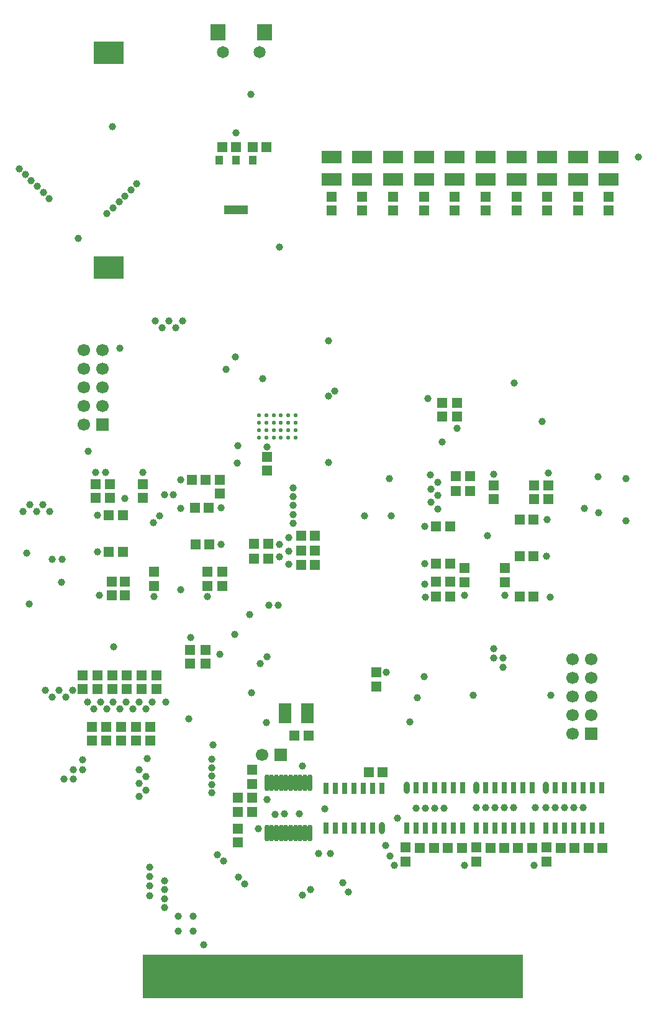
<source format=gbs>
G04 Layer_Color=16711935*
%FSLAX44Y44*%
%MOMM*%
G71*
G01*
G75*
%ADD46C,1.7000*%
%ADD48C,1.6500*%
%ADD66R,51.8000X5.9750*%
%ADD67R,0.9000X4.4000*%
%ADD68R,0.9000X3.4000*%
%ADD69R,1.4000X1.3400*%
%ADD70R,1.3400X1.4000*%
%ADD74R,0.8000X1.6500*%
%ADD75O,0.8000X1.6500*%
%ADD81R,2.8000X1.7000*%
%ADD89R,1.7000X1.7000*%
%ADD90R,1.7000X1.7000*%
%ADD91R,2.1000X2.2000*%
%ADD92R,2.0000X2.2000*%
%ADD93C,1.0000*%
%ADD94R,1.1000X1.2500*%
%ADD95R,3.3000X1.2500*%
%ADD96C,0.5500*%
%ADD97O,0.6500X2.3000*%
%ADD98R,1.7000X2.8000*%
%ADD99R,4.1370X3.1210*%
D46*
X369600Y330000D02*
D03*
X126600Y882200D02*
D03*
X152000D02*
D03*
X126600Y856800D02*
D03*
X152000D02*
D03*
X126600Y831400D02*
D03*
X152000D02*
D03*
X126600Y806000D02*
D03*
X152000D02*
D03*
X126600Y780600D02*
D03*
X792600Y460400D02*
D03*
X818000D02*
D03*
X792600Y435000D02*
D03*
X818000D02*
D03*
X792600Y409600D02*
D03*
X818000D02*
D03*
X792600Y384200D02*
D03*
X818000D02*
D03*
X792600Y358800D02*
D03*
D48*
X366000Y1288500D02*
D03*
X316000D02*
D03*
D66*
X465500Y27375D02*
D03*
D67*
X285500Y35000D02*
D03*
X255500D02*
D03*
X265500D02*
D03*
X275500D02*
D03*
X295500D02*
D03*
X705500D02*
D03*
X715500D02*
D03*
X685500D02*
D03*
X695500D02*
D03*
X465500D02*
D03*
X445500D02*
D03*
X415500D02*
D03*
X545500D02*
D03*
X515500D02*
D03*
X485500D02*
D03*
X495500D02*
D03*
X535500D02*
D03*
X505500D02*
D03*
X435500D02*
D03*
X455500D02*
D03*
X525500D02*
D03*
X425500D02*
D03*
X475500D02*
D03*
X395500D02*
D03*
X385500D02*
D03*
X355500D02*
D03*
X225500D02*
D03*
X245500D02*
D03*
X315500D02*
D03*
X345500D02*
D03*
X375500D02*
D03*
X305500D02*
D03*
X235500D02*
D03*
X365500D02*
D03*
X405500D02*
D03*
X575500D02*
D03*
X625500D02*
D03*
X615500D02*
D03*
X645500D02*
D03*
X595500D02*
D03*
X655500D02*
D03*
X565500D02*
D03*
X665500D02*
D03*
X555500D02*
D03*
X585500D02*
D03*
X635500D02*
D03*
X675500D02*
D03*
X605500D02*
D03*
D68*
X215500Y40000D02*
D03*
D69*
X622500Y203000D02*
D03*
X641500D02*
D03*
X358500Y598000D02*
D03*
X377500D02*
D03*
Y618000D02*
D03*
X358500D02*
D03*
X375500Y1159250D02*
D03*
X356500D02*
D03*
X315000D02*
D03*
X334000D02*
D03*
X533500Y306000D02*
D03*
X514500D02*
D03*
X432500Y356000D02*
D03*
X413500D02*
D03*
X718500Y203000D02*
D03*
X737500D02*
D03*
X814500D02*
D03*
X833500D02*
D03*
X680500D02*
D03*
X699500D02*
D03*
X584500D02*
D03*
X603500D02*
D03*
X776500D02*
D03*
X795500D02*
D03*
X422500Y629000D02*
D03*
X441500D02*
D03*
Y609000D02*
D03*
X422500D02*
D03*
Y589000D02*
D03*
X441500D02*
D03*
X652500Y690000D02*
D03*
X633500D02*
D03*
X652500Y710000D02*
D03*
X633500D02*
D03*
X625500Y591000D02*
D03*
X606500D02*
D03*
X625500Y546000D02*
D03*
X606500D02*
D03*
X606500Y566000D02*
D03*
X625500D02*
D03*
X720500Y651000D02*
D03*
X739500D02*
D03*
X720500Y601000D02*
D03*
X739500D02*
D03*
X720500Y546000D02*
D03*
X739500D02*
D03*
X625500Y642000D02*
D03*
X606500D02*
D03*
X292500Y705000D02*
D03*
X273500D02*
D03*
X277500Y667000D02*
D03*
X296500D02*
D03*
X278500Y617000D02*
D03*
X297500D02*
D03*
X179500Y607000D02*
D03*
X160500D02*
D03*
X179500Y657000D02*
D03*
X160500D02*
D03*
D70*
X376000Y736500D02*
D03*
Y717500D02*
D03*
X525000Y423500D02*
D03*
Y442500D02*
D03*
X336000Y252500D02*
D03*
Y271500D02*
D03*
X225000Y419500D02*
D03*
Y438500D02*
D03*
X205000Y419500D02*
D03*
Y438500D02*
D03*
X185000Y419500D02*
D03*
Y438500D02*
D03*
X165000Y419500D02*
D03*
Y438500D02*
D03*
X145000Y419500D02*
D03*
Y438500D02*
D03*
X125000Y419500D02*
D03*
Y438500D02*
D03*
X217000Y368500D02*
D03*
Y349500D02*
D03*
X197000Y368500D02*
D03*
Y349500D02*
D03*
X177000Y368500D02*
D03*
Y349500D02*
D03*
X157000Y368500D02*
D03*
Y349500D02*
D03*
X137000Y368500D02*
D03*
Y349500D02*
D03*
X615000Y810500D02*
D03*
Y791500D02*
D03*
X356000Y252500D02*
D03*
Y271500D02*
D03*
Y309500D02*
D03*
Y290500D02*
D03*
X336000Y229500D02*
D03*
Y210500D02*
D03*
X757000Y184500D02*
D03*
Y203500D02*
D03*
X661000Y184500D02*
D03*
Y203500D02*
D03*
X565000Y184500D02*
D03*
Y203500D02*
D03*
X635000Y791500D02*
D03*
Y810500D02*
D03*
X842000Y1091500D02*
D03*
Y1072500D02*
D03*
X800000D02*
D03*
Y1091500D02*
D03*
X758000D02*
D03*
Y1072500D02*
D03*
X716000D02*
D03*
Y1091500D02*
D03*
X674000D02*
D03*
Y1072500D02*
D03*
X632000D02*
D03*
Y1091500D02*
D03*
X590000D02*
D03*
Y1072500D02*
D03*
X548000D02*
D03*
Y1091500D02*
D03*
X506000D02*
D03*
Y1072500D02*
D03*
X464000D02*
D03*
Y1091500D02*
D03*
X271000Y454500D02*
D03*
Y473500D02*
D03*
X292000Y454500D02*
D03*
Y473500D02*
D03*
X645000Y584500D02*
D03*
Y565500D02*
D03*
X700000Y584500D02*
D03*
Y565500D02*
D03*
X740000Y678500D02*
D03*
Y697500D02*
D03*
X760000Y678500D02*
D03*
Y697500D02*
D03*
X685000Y678500D02*
D03*
Y697500D02*
D03*
X182000Y566500D02*
D03*
Y547500D02*
D03*
X164000Y566500D02*
D03*
Y547500D02*
D03*
X142000Y680500D02*
D03*
Y699500D02*
D03*
X162000Y699500D02*
D03*
Y680500D02*
D03*
X207000Y680500D02*
D03*
Y699500D02*
D03*
X222000Y579500D02*
D03*
Y560500D02*
D03*
X315000Y579500D02*
D03*
Y560500D02*
D03*
X295000Y579500D02*
D03*
Y560500D02*
D03*
X312000Y686500D02*
D03*
Y705500D02*
D03*
D74*
X520400Y229750D02*
D03*
X469600D02*
D03*
X495000D02*
D03*
X456900Y284250D02*
D03*
X469600D02*
D03*
X482300D02*
D03*
X495000D02*
D03*
X507700D02*
D03*
X520400D02*
D03*
X533100D02*
D03*
X456900Y229750D02*
D03*
X482300D02*
D03*
X507700D02*
D03*
X699500Y284750D02*
D03*
X674100D02*
D03*
X686800D02*
D03*
X712200D02*
D03*
X737600Y230250D02*
D03*
X724900D02*
D03*
X712200D02*
D03*
X699500D02*
D03*
X686800D02*
D03*
X674100D02*
D03*
X661400D02*
D03*
X737600Y284750D02*
D03*
X724900D02*
D03*
X605000D02*
D03*
X579600D02*
D03*
X592300D02*
D03*
X617700D02*
D03*
X643100Y230250D02*
D03*
X630400D02*
D03*
X617700D02*
D03*
X605000D02*
D03*
X592300D02*
D03*
X579600D02*
D03*
X566900D02*
D03*
X643100Y284750D02*
D03*
X630400D02*
D03*
X794000D02*
D03*
X768600D02*
D03*
X781300D02*
D03*
X806700D02*
D03*
X832100Y230250D02*
D03*
X819400D02*
D03*
X806700D02*
D03*
X768600D02*
D03*
X755900D02*
D03*
X832100Y284750D02*
D03*
X819400D02*
D03*
X794000Y230250D02*
D03*
X781300D02*
D03*
D75*
X533100Y229750D02*
D03*
X661400Y284750D02*
D03*
X566900D02*
D03*
X755900D02*
D03*
D81*
X464000Y1115000D02*
D03*
Y1145000D02*
D03*
X506000D02*
D03*
Y1115000D02*
D03*
X548000D02*
D03*
Y1145000D02*
D03*
X590000D02*
D03*
Y1115000D02*
D03*
X632000D02*
D03*
Y1145000D02*
D03*
X674000D02*
D03*
Y1115000D02*
D03*
X716000D02*
D03*
Y1145000D02*
D03*
X758000D02*
D03*
Y1115000D02*
D03*
X800000D02*
D03*
Y1145000D02*
D03*
X842000D02*
D03*
Y1115000D02*
D03*
D89*
X395000Y330000D02*
D03*
D90*
X152000Y780600D02*
D03*
X818000Y358800D02*
D03*
D91*
X309030Y1315250D02*
D03*
D92*
X372970D02*
D03*
D93*
X827000Y709000D02*
D03*
X392750Y1022750D02*
D03*
X376000Y750000D02*
D03*
X544000Y192000D02*
D03*
X468763Y826500D02*
D03*
X236500Y685000D02*
D03*
X248000D02*
D03*
X460000Y819000D02*
D03*
X375500Y374000D02*
D03*
X375750Y269250D02*
D03*
X742000Y258000D02*
D03*
X182000Y680000D02*
D03*
X460000Y729000D02*
D03*
X828000Y660000D02*
D03*
X809000Y666000D02*
D03*
X175000Y885000D02*
D03*
X160000Y994500D02*
D03*
X83000Y597000D02*
D03*
X97000D02*
D03*
X255000Y90000D02*
D03*
X275000D02*
D03*
Y110000D02*
D03*
X255000D02*
D03*
X216000Y164000D02*
D03*
Y151000D02*
D03*
Y138000D02*
D03*
Y177000D02*
D03*
X378500Y534000D02*
D03*
X539000Y443000D02*
D03*
X238000Y402000D02*
D03*
X455000Y256000D02*
D03*
X364000Y229000D02*
D03*
X312000Y467000D02*
D03*
X595000Y816000D02*
D03*
X713000Y837000D02*
D03*
X213000Y325000D02*
D03*
X269000Y379000D02*
D03*
X355000Y415000D02*
D03*
X571000Y375000D02*
D03*
X538000Y206000D02*
D03*
X424000Y315000D02*
D03*
X302000Y344000D02*
D03*
X592300Y257000D02*
D03*
X579600D02*
D03*
X400000Y250000D02*
D03*
X387000Y249000D02*
D03*
X236000Y146000D02*
D03*
Y158000D02*
D03*
Y122000D02*
D03*
Y134000D02*
D03*
X317000Y185000D02*
D03*
X308000Y194000D02*
D03*
X479000Y156000D02*
D03*
X487000Y143000D02*
D03*
X434999Y146000D02*
D03*
X424000Y139000D02*
D03*
X420000Y250000D02*
D03*
X446000Y195000D02*
D03*
X462000D02*
D03*
X336808Y163192D02*
D03*
X346000Y154000D02*
D03*
X617700Y257000D02*
D03*
X581000Y408000D02*
D03*
X590000Y437000D02*
D03*
X645000Y179000D02*
D03*
X354000Y1231000D02*
D03*
X635000Y775000D02*
D03*
X290000Y71000D02*
D03*
X550000Y179000D02*
D03*
X740000D02*
D03*
X882000Y1145000D02*
D03*
X52000Y536000D02*
D03*
X755900Y258000D02*
D03*
X781300D02*
D03*
X794000D02*
D03*
X806700D02*
D03*
X768600D02*
D03*
X685000Y462000D02*
D03*
X698000Y449000D02*
D03*
X685000Y475000D02*
D03*
X698000Y462000D02*
D03*
X699500Y258000D02*
D03*
X686800D02*
D03*
X661400D02*
D03*
X674100D02*
D03*
X712200D02*
D03*
X48000Y605000D02*
D03*
X375778Y463778D02*
D03*
X366996Y454500D02*
D03*
X131076Y401839D02*
D03*
X139915Y393000D02*
D03*
X148753Y401839D02*
D03*
X157592Y393000D02*
D03*
X166431Y401839D02*
D03*
X175270Y393000D02*
D03*
X184109Y401839D02*
D03*
X192948Y393000D02*
D03*
X201786Y401839D02*
D03*
X210625Y393000D02*
D03*
X219464Y401839D02*
D03*
X202000Y273000D02*
D03*
X99000Y297000D02*
D03*
X74000Y418000D02*
D03*
X301000Y278000D02*
D03*
X112000Y297000D02*
D03*
X83192Y408808D02*
D03*
X211192Y282192D02*
D03*
X301000Y289500D02*
D03*
X112000Y310000D02*
D03*
X92385Y418000D02*
D03*
X202000Y291385D02*
D03*
X301000Y301000D02*
D03*
X125000Y310000D02*
D03*
X211192Y300577D02*
D03*
X101577Y408808D02*
D03*
X301000Y312500D02*
D03*
X125000Y323000D02*
D03*
X110770Y418000D02*
D03*
X202000Y309770D02*
D03*
X301000Y324000D02*
D03*
X412000Y646000D02*
D03*
Y658000D02*
D03*
Y670000D02*
D03*
Y682000D02*
D03*
Y694000D02*
D03*
X406000Y589586D02*
D03*
Y607971D02*
D03*
X393000Y599750D02*
D03*
Y617163D02*
D03*
X406000Y626355D02*
D03*
X391000Y534000D02*
D03*
X865500Y706500D02*
D03*
X865500Y649500D02*
D03*
X605000Y257000D02*
D03*
X609000Y702000D02*
D03*
X599808Y692808D02*
D03*
X609000Y683615D02*
D03*
X599808Y674423D02*
D03*
X609000Y665230D02*
D03*
X147500Y547500D02*
D03*
X222250Y545750D02*
D03*
X313000Y617000D02*
D03*
X335750Y727750D02*
D03*
X258000Y705000D02*
D03*
X207000Y715000D02*
D03*
X145000Y657000D02*
D03*
Y607000D02*
D03*
X156000Y715000D02*
D03*
X645000Y548000D02*
D03*
X700000D02*
D03*
X762000Y545000D02*
D03*
X757000Y601000D02*
D03*
X758000Y651000D02*
D03*
X760000Y714000D02*
D03*
X685000Y713000D02*
D03*
X599000Y712000D02*
D03*
X591000Y642000D02*
D03*
X591000Y591000D02*
D03*
Y563000D02*
D03*
X591999Y544999D02*
D03*
X43230Y662000D02*
D03*
X52423Y671192D02*
D03*
X61615Y662000D02*
D03*
X70808Y671192D02*
D03*
X80000Y662000D02*
D03*
X223865Y922000D02*
D03*
X233057Y912808D02*
D03*
X242250Y922000D02*
D03*
X251442Y912808D02*
D03*
X554000Y244000D02*
D03*
X657000Y411000D02*
D03*
X763000D02*
D03*
X332000Y494000D02*
D03*
X751000Y785000D02*
D03*
X677000Y629000D02*
D03*
X615000Y757000D02*
D03*
X543000Y707000D02*
D03*
X509000Y656000D02*
D03*
X545000D02*
D03*
X295000Y546000D02*
D03*
X272000Y490000D02*
D03*
X167250Y477250D02*
D03*
X142000Y715000D02*
D03*
X260635Y922000D02*
D03*
X258000Y666000D02*
D03*
X333000Y873000D02*
D03*
X320000Y856000D02*
D03*
X334000Y1178000D02*
D03*
X79000Y1089000D02*
D03*
X70868Y1097132D02*
D03*
X62737Y1105264D02*
D03*
X54605Y1113395D02*
D03*
X46473Y1121527D02*
D03*
X38341Y1129659D02*
D03*
X460000Y895000D02*
D03*
X96000Y565000D02*
D03*
X313000Y667000D02*
D03*
X258000Y555000D02*
D03*
X220808Y646808D02*
D03*
X230000Y656000D02*
D03*
X352000Y521000D02*
D03*
X132000Y744000D02*
D03*
X336000Y752000D02*
D03*
X370000Y843000D02*
D03*
X158000Y1068000D02*
D03*
X166132Y1076132D02*
D03*
X174263Y1084264D02*
D03*
X198659Y1108659D02*
D03*
X190527Y1100527D02*
D03*
X182395Y1092395D02*
D03*
X118500Y1034500D02*
D03*
X165000Y1187000D02*
D03*
D94*
X311000Y1141000D02*
D03*
X334000D02*
D03*
X357000D02*
D03*
D95*
X334000Y1073500D02*
D03*
D96*
X415000Y763000D02*
D03*
Y773000D02*
D03*
Y783000D02*
D03*
Y793000D02*
D03*
X405000Y763000D02*
D03*
Y773000D02*
D03*
Y783000D02*
D03*
Y793000D02*
D03*
X395000Y763000D02*
D03*
Y773000D02*
D03*
Y783000D02*
D03*
Y793000D02*
D03*
X385000Y763000D02*
D03*
Y773000D02*
D03*
Y783000D02*
D03*
Y793000D02*
D03*
X375000Y763000D02*
D03*
Y773000D02*
D03*
Y783000D02*
D03*
Y793000D02*
D03*
X365000Y763000D02*
D03*
Y773000D02*
D03*
Y783000D02*
D03*
Y793000D02*
D03*
D97*
X375750Y292000D02*
D03*
X382250D02*
D03*
X388750D02*
D03*
X395250D02*
D03*
X401750D02*
D03*
X408250D02*
D03*
X414750D02*
D03*
X421250D02*
D03*
X427750D02*
D03*
X434250D02*
D03*
X375750Y223000D02*
D03*
X382250D02*
D03*
X388750D02*
D03*
X395250D02*
D03*
X401750D02*
D03*
X408250D02*
D03*
X414750D02*
D03*
X421250D02*
D03*
X427750D02*
D03*
X434250D02*
D03*
D98*
X401000Y387000D02*
D03*
X431000D02*
D03*
D99*
X160000Y994500D02*
D03*
Y1287500D02*
D03*
M02*

</source>
